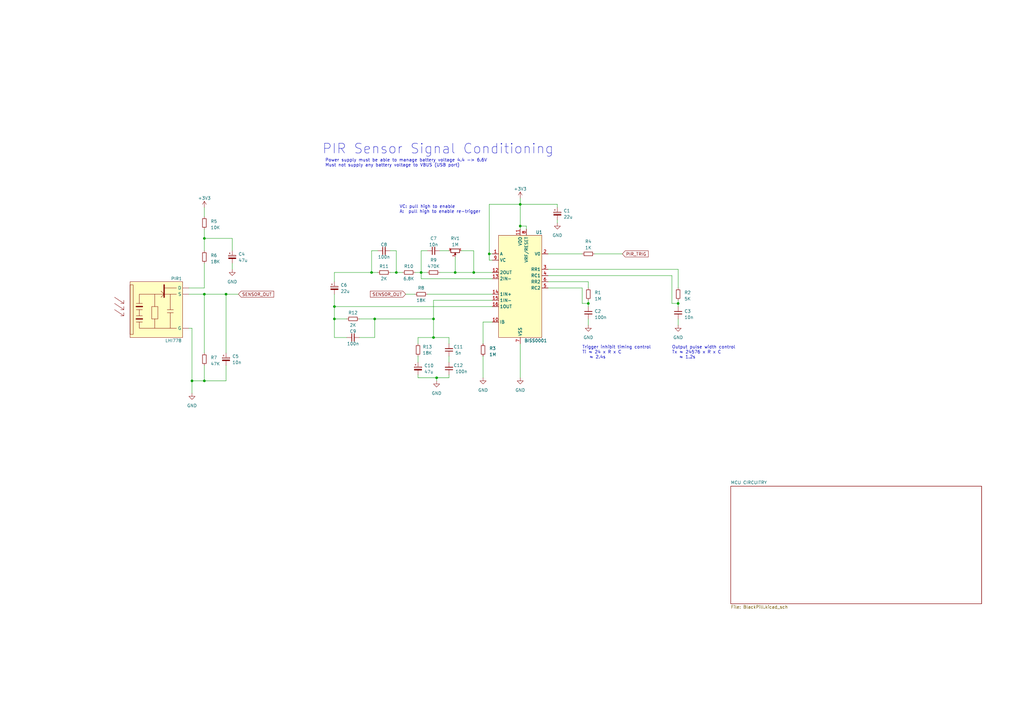
<source format=kicad_sch>
(kicad_sch (version 20230121) (generator eeschema)
  (paper "A3")
  (title_block (title "PYGMY POSSUM") (date "2023-06-01") (rev "2.0") (company "BanksiaBytes"))
  (lib_symbols
    (symbol "Device:C_Polarized_Small" (pin_numbers hide) (pin_names (offset 0.254) hide)
      (property "Reference" "C" (at 0.254 1.778 0))
      (property "Value" "C_Polarized_Small" (at 0.254 -2.032 0))
      (symbol "C_Polarized_Small_0_1"
        (rectangle (start -1.524 -0.3048) (end 1.524 -0.6858) (fill (type outline)))
        (rectangle (start -1.524 0.6858) (end 1.524 0.3048))
        (polyline (pts (xy -1.27 1.524) (xy -0.762 1.524)))
        (polyline (pts (xy -1.016 1.27) (xy -1.016 1.778)))
      )
      (symbol "C_Polarized_Small_1_1"
        (pin passive line (at 0 2.54 270) (length 1.8542) (name "~") (number "1"))
        (pin passive line (at 0 -2.54 90) (length 1.8542) (name "~") (number "2"))
      )
    )
    (symbol "Device:C_Small" (pin_numbers hide) (pin_names (offset 0.254) hide)
      (property "Reference" "C" (at 0.254 1.778 0))
      (property "Value" "C_Small" (at 0.254 -2.032 0))
      (symbol "C_Small_0_1"
        (polyline (pts (xy -1.524 -0.508) (xy 1.524 -0.508)) (stroke (width 0.3302)))
        (polyline (pts (xy -1.524 0.508) (xy 1.524 0.508)) (stroke (width 0.3048)))
      )
      (symbol "C_Small_1_1"
        (pin passive line (at 0 2.54 270) (length 2.032) (name "~") (number "1"))
        (pin passive line (at 0 -2.54 90) (length 2.032) (name "~") (number "2"))
      )
    )
    (symbol "Device:R_Potentiometer_Small" (pin_names (offset 1.016) hide)
      (property "Reference" "RV" (at -4.445 0 90))
      (property "Value" "R_Potentiometer_Small" (at -2.54 0 90))
      (symbol "R_Potentiometer_Small_0_1"
        (polyline (pts (xy 0.889 0) (xy 0.635 0) (xy 1.651 0.381) (xy 1.651 -0.381) (xy 0.635 0) (xy 0.889 0)) (fill (type outline)))
        (rectangle (start 0.762 1.8034) (end -0.762 -1.8034) (stroke (width 0.254)))
      )
      (symbol "R_Potentiometer_Small_1_1"
        (pin passive line (at 0 2.54 270) (length 0.635) (name "1") (number "1"))
        (pin passive line (at 2.54 0 180) (length 0.9906) (name "2") (number "2"))
        (pin passive line (at 0 -2.54 90) (length 0.635) (name "3") (number "3"))
      )
    )
    (symbol "Device:R_Small" (pin_numbers hide) (pin_names (offset 0.254) hide)
      (property "Reference" "R" (at 0.762 0.508 0))
      (property "Value" "R_Small" (at 0.762 -1.016 0))
      (symbol "R_Small_0_1"
        (rectangle (start -0.762 1.778) (end 0.762 -1.778) (stroke (width 0.2032)))
      )
      (symbol "R_Small_1_1"
        (pin passive line (at 0 2.54 270) (length 0.762) (name "~") (number "1"))
        (pin passive line (at 0 -2.54 90) (length 0.762) (name "~") (number "2"))
      )
    )
    (symbol "TomsSymbolLib:BIS0001"
      (property "Reference" "U" (at 11.43 2.54 0))
      (property "Value" "BISS00001" (at 10.16 -41.91 0))
      (symbol "BIS0001_1_1"
        (rectangle (start -5.08 1.27) (end 12.7 -40.64) (fill (type background)))
        (pin input line (at -7.62 -6.35 0) (length 2.54) (name "A") (number "1"))
        (pin bidirectional line (at -7.62 -34.29 0) (length 2.54) (name "IB") (number "10"))
        (pin power_in line (at 3.81 3.81 270) (length 2.54) (name "VDD") (number "11"))
        (pin bidirectional line (at -7.62 -13.97 0) (length 2.54) (name "2OUT") (number "12"))
        (pin bidirectional line (at -7.62 -16.51 0) (length 2.54) (name "2IN-") (number "13"))
        (pin bidirectional line (at -7.62 -22.86 0) (length 2.54) (name "1IN+") (number "14"))
        (pin bidirectional line (at -7.62 -25.4 0) (length 2.54) (name "1IN-") (number "15"))
        (pin bidirectional line (at -7.62 -27.94 0) (length 2.54) (name "1OUT") (number "16"))
        (pin input line (at 15.24 -6.35 180) (length 2.54) (name "V0") (number "2"))
        (pin input line (at 15.24 -12.7 180) (length 2.54) (name "RR1") (number "3"))
        (pin input line (at 15.24 -15.24 180) (length 2.54) (name "RC1") (number "4"))
        (pin input line (at 15.24 -20.32 180) (length 2.54) (name "RC2") (number "5"))
        (pin input line (at 15.24 -17.78 180) (length 2.54) (name "RR2") (number "6"))
        (pin power_in line (at 3.81 -43.18 90) (length 2.54) (name "VSS") (number "7"))
        (pin input line (at 6.35 3.81 270) (length 2.54) (name "VRF/RESET") (number "8"))
        (pin bidirectional line (at -7.62 -8.89 0) (length 2.54) (name "VC") (number "9"))
      )
    )
    (symbol "TomsSymbolLib:LHI778"
      (property "Reference" "PIR" (at -2.54 1.27 0))
      (property "Value" "LHI778" (at -3.81 -24.13 0))
      (symbol "LHI778_0_1"
        (rectangle (start -21.59 -1.27) (end -20.32 -21.59))
        (polyline (pts (xy -7.62 -2.54) (xy -2.54 -2.54)))
        (polyline (pts (xy -2.54 -5.08) (xy -7.62 -5.08)))
      )
      (symbol "LHI778_1_1"
        (rectangle (start -21.59 0) (end 0 -22.86) (fill (type background)))
        (polyline (pts (xy -27.94 -11.43) (xy -24.13 -13.97)))
        (polyline (pts (xy -27.94 -8.89) (xy -24.13 -11.43)))
        (polyline (pts (xy -27.94 -6.35) (xy -24.13 -8.89)))
        (polyline (pts (xy -25.4 -13.97) (xy -24.13 -13.97)))
        (polyline (pts (xy -25.4 -11.43) (xy -24.13 -11.43)))
        (polyline (pts (xy -25.4 -8.89) (xy -24.13 -8.89)))
        (polyline (pts (xy -24.13 -12.7) (xy -24.13 -13.97)))
        (polyline (pts (xy -24.13 -10.16) (xy -24.13 -11.43)))
        (polyline (pts (xy -24.13 -7.62) (xy -24.13 -8.89)))
        (polyline (pts (xy -19.05 -16.51) (xy -16.51 -16.51)))
        (polyline (pts (xy -19.05 -15.24) (xy -16.51 -15.24)) (stroke (width 0.5)))
        (polyline (pts (xy -19.05 -13.97) (xy -16.51 -13.97)))
        (polyline (pts (xy -19.05 -11.43) (xy -16.51 -11.43)))
        (polyline (pts (xy -19.05 -10.16) (xy -16.51 -10.16)) (stroke (width 0.5)))
        (polyline (pts (xy -19.05 -8.89) (xy -16.51 -8.89)))
        (polyline (pts (xy -17.78 -11.43) (xy -17.78 -13.97)))
        (polyline (pts (xy -7.62 -5.08) (xy -8.89 -6.35)))
        (polyline (pts (xy -7.62 -5.08) (xy -8.89 -3.81)))
        (polyline (pts (xy -7.62 -1.27) (xy -7.62 -6.35)) (stroke (width 0.5)))
        (polyline (pts (xy -6.35 -12.7) (xy -3.81 -12.7)))
        (polyline (pts (xy -6.35 -11.43) (xy -3.81 -11.43)))
        (polyline (pts (xy -5.08 -11.43) (xy -5.08 -5.08)))
        (polyline (pts (xy -17.78 -16.51) (xy -17.78 -19.05) (xy -11.43 -19.05)))
        (polyline (pts (xy -11.43 -15.24) (xy -11.43 -19.05) (xy -5.08 -19.05)))
        (polyline (pts (xy -11.43 -5.08) (xy -17.78 -5.08) (xy -17.78 -8.89)))
        (polyline (pts (xy -7.62 -5.08) (xy -11.43 -5.08) (xy -11.43 -10.16)))
        (polyline (pts (xy -2.54 -19.05) (xy -5.08 -19.05) (xy -5.08 -12.7)))
        (polyline (pts (xy -10.16 -10.16) (xy -12.7 -10.16) (xy -12.7 -15.24) (xy -10.16 -15.24) (xy -10.16 -10.16)))
        (pin bidirectional line (at 2.54 -2.54 180) (length 2.54) (name "D") (number ""))
        (pin bidirectional line (at 2.54 -19.05 180) (length 2.54) (name "G") (number ""))
        (pin bidirectional line (at 2.54 -5.08 180) (length 2.54) (name "S") (number ""))
      )
    )
    (symbol "power:+3V3" (power) (pin_names (offset 0))
      (property "Value" "+3V3" (at 0 3.556 0))
      (symbol "+3V3_0_1"
        (polyline (pts (xy -0.762 1.27) (xy 0 2.54)))
        (polyline (pts (xy 0 0) (xy 0 2.54)))
        (polyline (pts (xy 0 2.54) (xy 0.762 1.27)))
      )
      (symbol "+3V3_1_1"
        (pin power_in line (at 0 0 90) (length 0) hide (name "+3V3") (number "1"))
      )
    )
    (symbol "power:GND" (power) (pin_names (offset 0))
      (property "Value" "GND" (at 0 -3.81 0))
      (symbol "GND_0_1"
        (polyline (pts (xy 0 0) (xy 0 -1.27) (xy 1.27 -1.27) (xy 0 -2.54) (xy -1.27 -1.27) (xy 0 -1.27)))
      )
      (symbol "GND_1_1"
        (pin power_in line (at 0 0 270) (length 0) hide (name "GND") (number "1"))
      )
    )
  )
  (junction (at 194.31 111.76))
  (junction (at 92.71 120.65))
  (junction (at 162.56 111.76))
  (junction (at 172.72 111.76))
  (junction (at 83.82 97.79))
  (junction (at 179.07 154.94))
  (junction (at 241.3 124.46))
  (junction (at 83.82 156.21))
  (junction (at 177.8 138.43))
  (junction (at 278.13 124.46))
  (junction (at 200.66 104.14))
  (junction (at 213.36 83.82))
  (junction (at 153.67 130.81))
  (junction (at 152.4 111.76))
  (junction (at 177.8 130.81))
  (junction (at 213.36 92.71))
  (junction (at 78.74 156.21))
  (junction (at 83.82 120.65))
  (junction (at 137.16 125.73))
  (junction (at 186.69 111.76))
  (junction (at 137.16 130.81))
  (wire (pts (xy 83.82 120.65) (xy 83.82 144.78)))
  (wire (pts (xy 172.72 102.87) (xy 172.72 111.76)))
  (wire (pts (xy 241.3 115.57) (xy 241.3 118.11)))
  (wire (pts (xy 213.36 81.28) (xy 213.36 83.82)))
  (wire (pts (xy 201.93 106.68) (xy 200.66 106.68)))
  (wire (pts (xy 200.66 83.82) (xy 213.36 83.82)))
  (wire (pts (xy 215.9 92.71) (xy 213.36 92.71)))
  (wire (pts (xy 78.74 156.21) (xy 78.74 161.29)))
  (wire (pts (xy 142.24 138.43) (xy 137.16 138.43)))
  (wire (pts (xy 275.59 113.03) (xy 275.59 124.46)))
  (wire (pts (xy 172.72 114.3) (xy 201.93 114.3)))
  (wire (pts (xy 180.34 102.87) (xy 184.15 102.87)))
  (wire (pts (xy 137.16 130.81) (xy 137.16 125.73)))
  (wire (pts (xy 77.47 134.62) (xy 78.74 134.62)))
  (wire (pts (xy 83.82 118.11) (xy 83.82 107.95)))
  (wire (pts (xy 171.45 138.43) (xy 177.8 138.43)))
  (wire (pts (xy 215.9 93.98) (xy 215.9 92.71)))
  (wire (pts (xy 200.66 104.14) (xy 201.93 104.14)))
  (wire (pts (xy 224.79 104.14) (xy 238.76 104.14)))
  (wire (pts (xy 213.36 83.82) (xy 213.36 92.71)))
  (wire (pts (xy 184.15 138.43) (xy 177.8 138.43)))
  (wire (pts (xy 92.71 156.21) (xy 83.82 156.21)))
  (wire (pts (xy 213.36 92.71) (xy 213.36 93.98)))
  (wire (pts (xy 186.69 111.76) (xy 194.31 111.76)))
  (wire (pts (xy 142.24 130.81) (xy 137.16 130.81)))
  (wire (pts (xy 241.3 130.81) (xy 241.3 133.35)))
  (wire (pts (xy 152.4 102.87) (xy 154.94 102.87)))
  (wire (pts (xy 175.26 111.76) (xy 172.72 111.76)))
  (wire (pts (xy 83.82 156.21) (xy 78.74 156.21)))
  (wire (pts (xy 160.02 111.76) (xy 162.56 111.76)))
  (wire (pts (xy 83.82 149.86) (xy 83.82 156.21)))
  (wire (pts (xy 147.32 130.81) (xy 153.67 130.81)))
  (wire (pts (xy 177.8 123.19) (xy 177.8 130.81)))
  (wire (pts (xy 228.6 85.09) (xy 228.6 83.82)))
  (wire (pts (xy 198.12 146.05) (xy 198.12 154.94)))
  (wire (pts (xy 83.82 85.09) (xy 83.82 88.9)))
  (wire (pts (xy 241.3 124.46) (xy 241.3 125.73)))
  (wire (pts (xy 83.82 97.79) (xy 83.82 102.87)))
  (wire (pts (xy 83.82 120.65) (xy 92.71 120.65)))
  (wire (pts (xy 92.71 149.86) (xy 92.71 156.21)))
  (wire (pts (xy 243.84 104.14) (xy 255.27 104.14)))
  (wire (pts (xy 147.32 138.43) (xy 153.67 138.43)))
  (wire (pts (xy 184.15 146.05) (xy 184.15 148.59)))
  (wire (pts (xy 83.82 93.98) (xy 83.82 97.79)))
  (wire (pts (xy 137.16 111.76) (xy 152.4 111.76)))
  (wire (pts (xy 95.25 102.87) (xy 95.25 97.79)))
  (wire (pts (xy 201.93 132.08) (xy 198.12 132.08)))
  (wire (pts (xy 194.31 102.87) (xy 194.31 111.76)))
  (wire (pts (xy 160.02 102.87) (xy 162.56 102.87)))
  (wire (pts (xy 77.47 118.11) (xy 83.82 118.11)))
  (wire (pts (xy 137.16 115.57) (xy 137.16 111.76)))
  (wire (pts (xy 170.18 111.76) (xy 172.72 111.76)))
  (wire (pts (xy 224.79 113.03) (xy 275.59 113.03)))
  (wire (pts (xy 189.23 102.87) (xy 194.31 102.87)))
  (wire (pts (xy 172.72 114.3) (xy 172.72 111.76)))
  (wire (pts (xy 198.12 132.08) (xy 198.12 140.97)))
  (wire (pts (xy 78.74 134.62) (xy 78.74 156.21)))
  (wire (pts (xy 95.25 97.79) (xy 83.82 97.79)))
  (wire (pts (xy 224.79 118.11) (xy 238.76 118.11)))
  (wire (pts (xy 213.36 83.82) (xy 228.6 83.82)))
  (wire (pts (xy 162.56 102.87) (xy 162.56 111.76)))
  (wire (pts (xy 153.67 138.43) (xy 153.67 130.81)))
  (wire (pts (xy 201.93 125.73) (xy 137.16 125.73)))
  (wire (pts (xy 184.15 138.43) (xy 184.15 140.97)))
  (wire (pts (xy 171.45 153.67) (xy 171.45 154.94)))
  (wire (pts (xy 177.8 130.81) (xy 177.8 138.43)))
  (wire (pts (xy 172.72 102.87) (xy 175.26 102.87)))
  (wire (pts (xy 175.26 120.65) (xy 201.93 120.65)))
  (wire (pts (xy 137.16 125.73) (xy 137.16 120.65)))
  (wire (pts (xy 224.79 115.57) (xy 241.3 115.57)))
  (wire (pts (xy 278.13 123.19) (xy 278.13 124.46)))
  (wire (pts (xy 278.13 130.81) (xy 278.13 133.35)))
  (wire (pts (xy 241.3 123.19) (xy 241.3 124.46)))
  (wire (pts (xy 95.25 107.95) (xy 95.25 110.49)))
  (wire (pts (xy 238.76 118.11) (xy 238.76 124.46)))
  (wire (pts (xy 152.4 102.87) (xy 152.4 111.76)))
  (wire (pts (xy 200.66 106.68) (xy 200.66 104.14)))
  (wire (pts (xy 180.34 111.76) (xy 186.69 111.76)))
  (wire (pts (xy 278.13 124.46) (xy 278.13 125.73)))
  (wire (pts (xy 154.94 111.76) (xy 152.4 111.76)))
  (wire (pts (xy 194.31 111.76) (xy 201.93 111.76)))
  (wire (pts (xy 92.71 120.65) (xy 92.71 144.78)))
  (wire (pts (xy 186.69 105.41) (xy 186.69 111.76)))
  (wire (pts (xy 278.13 110.49) (xy 278.13 118.11)))
  (wire (pts (xy 213.36 140.97) (xy 213.36 154.94)))
  (wire (pts (xy 77.47 120.65) (xy 83.82 120.65)))
  (wire (pts (xy 184.15 154.94) (xy 179.07 154.94)))
  (wire (pts (xy 179.07 154.94) (xy 179.07 156.21)))
  (wire (pts (xy 184.15 153.67) (xy 184.15 154.94)))
  (wire (pts (xy 162.56 111.76) (xy 165.1 111.76)))
  (wire (pts (xy 200.66 104.14) (xy 200.66 83.82)))
  (wire (pts (xy 153.67 130.81) (xy 177.8 130.81)))
  (wire (pts (xy 171.45 138.43) (xy 171.45 140.97)))
  (wire (pts (xy 275.59 124.46) (xy 278.13 124.46)))
  (wire (pts (xy 171.45 154.94) (xy 179.07 154.94)))
  (wire (pts (xy 238.76 124.46) (xy 241.3 124.46)))
  (wire (pts (xy 171.45 146.05) (xy 171.45 148.59)))
  (wire (pts (xy 92.71 120.65) (xy 97.79 120.65)))
  (wire (pts (xy 166.37 120.65) (xy 170.18 120.65)))
  (wire (pts (xy 137.16 138.43) (xy 137.16 130.81)))
  (wire (pts (xy 201.93 123.19) (xy 177.8 123.19)))
  (wire (pts (xy 228.6 90.17) (xy 228.6 91.44)))
  (wire (pts (xy 224.79 110.49) (xy 278.13 110.49)))
  (text "Trigger inhibit timing control\nTi ≈ 24 x R x C\n   ≈ 2.4s" (at 238.76 147.32 0) (effects (font (size 1.27 1.27)) (justify left bottom)))
  (text "Output pulse width control\nTx ≈ 24576 x R x C\n   ≈ 1.2s" (at 275.59 147.32 0) (effects (font (size 1.27 1.27)) (justify left bottom)))
  (text "Power supply must be able to manage battery voltage 4.4 -> 6.6V\nMust not supply any battery voltage to VBUS (USB port)" (at 133.35 68.58 0) (effects (font (size 1.27 1.27)) (justify left bottom)))
  (text "PIR Sensor Signal Conditioning" (at 132.08 63.5 0) (effects (font (size 3.9878 3.9878)) (justify left bottom)))
  (text "VC: pull high to enable\nA:  pull high to enable re-trigger" (at 163.83 87.63 0) (effects (font (size 1.27 1.27)) (justify left bottom)))
  (global_label "PIR_TRIG" (shape input) (at 255.27 104.14 0) (property "Intersheetrefs" "${INTERSHEET_REFS}" (effects hide)))
  (global_label "SENSOR_OUT" (shape input) (at 97.79 120.65 0) (property "Intersheetrefs" "${INTERSHEET_REFS}" (effects hide)))
  (global_label "SENSOR_OUT" (shape input) (at 166.37 120.65 180) (property "Intersheetrefs" "${INTERSHEET_REFS}" (effects hide)))
  (symbol (lib_id "Device:R_Small") (at 83.82 105.41 0) (unit 1)
    (property "Reference" "R6" (at 86.36 104.775 0) (effects (justify left)))
    (property "Value" "18K" (at 86.36 107.315 0) (effects (justify left)))
    (property "Footprint" "Resistor_SMD:R_0402_1005Metric" (effects hide))
  )
  (symbol (lib_id "Device:R_Small") (at 172.72 120.65 90) (unit 1)
    (property "Reference" "R8" (at 172.72 118.11 90))
    (property "Value" "18K" (at 172.72 123.19 90))
    (property "Footprint" "Resistor_SMD:R_0402_1005Metric" (effects hide))
  )
  (symbol (lib_id "power:+3V3") (at 83.82 85.09 0) (unit 1)
    (property "Reference" "#PWR08" (effects hide))
    (property "Value" "+3V3" (at 83.82 81.28 0))
  )
  (symbol (lib_id "Device:C_Small") (at 177.8 102.87 90) (unit 1)
    (property "Reference" "C7" (at 177.8063 97.79 90))
    (property "Value" "10n" (at 177.8063 100.33 90))
    (property "Footprint" "Capacitor_SMD:C_0402_1005Metric" (effects hide))
  )
  (symbol (lib_id "power:GND") (at 95.25 110.49 0) (unit 1)
    (property "Reference" "#PWR09" (effects hide))
    (property "Value" "GND" (at 95.25 115.57 0))
  )
  (symbol (lib_id "Device:R_Small") (at 241.3 104.14 90) (unit 1)
    (property "Reference" "R4" (at 241.3 99.06 90))
    (property "Value" "1K" (at 241.3 101.6 90))
    (property "Footprint" "Resistor_SMD:R_0402_1005Metric" (effects hide))
  )
  (symbol (lib_id "power:GND") (at 213.36 154.94 0) (unit 1)
    (property "Reference" "#PWR01" (effects hide))
    (property "Value" "GND" (at 213.36 160.02 0))
  )
  (symbol (lib_id "power:GND") (at 278.13 133.35 0) (unit 1)
    (property "Reference" "#PWR05" (effects hide))
    (property "Value" "GND" (at 278.13 138.43 0))
  )
  (symbol (lib_id "Device:R_Small") (at 83.82 147.32 0) (unit 1)
    (property "Reference" "R7" (at 86.36 146.685 0) (effects (justify left)))
    (property "Value" "47K" (at 86.36 149.225 0) (effects (justify left)))
    (property "Footprint" "Resistor_SMD:R_0402_1005Metric" (effects hide))
  )
  (symbol (lib_id "Device:R_Small") (at 144.78 130.81 90) (unit 1)
    (property "Reference" "R12" (at 144.78 128.27 90))
    (property "Value" "2K" (at 144.78 133.35 90))
    (property "Footprint" "Resistor_SMD:R_0402_1005Metric" (effects hide))
  )
  (symbol (lib_id "Device:C_Polarized_Small") (at 228.6 87.63 0) (unit 1)
    (property "Reference" "C1" (at 231.14 86.4489 0) (effects (justify left)))
    (property "Value" "22u" (at 231.14 88.9889 0) (effects (justify left)))
    (property "Footprint" "Capacitor_SMD:CP_Elec_4x5.4" (effects hide))
  )
  (symbol (lib_id "Device:C_Polarized_Small") (at 137.16 118.11 0) (unit 1)
    (property "Reference" "C6" (at 139.7 116.9289 0) (effects (justify left)))
    (property "Value" "22u" (at 139.7 119.4689 0) (effects (justify left)))
    (property "Footprint" "Capacitor_SMD:CP_Elec_4x5.4" (effects hide))
  )
  (symbol (lib_id "Device:C_Small") (at 157.48 102.87 90) (unit 1)
    (property "Reference" "C8" (at 157.48 100.33 90))
    (property "Value" "100n" (at 157.48 105.41 90))
    (property "Footprint" "Capacitor_SMD:C_0402_1005Metric" (effects hide))
  )
  (symbol (lib_id "Device:C_Small") (at 184.15 151.13 180) (unit 1)
    (property "Reference" "C12" (at 187.96 149.86 0))
    (property "Value" "100n" (at 189.23 152.4 0))
    (property "Footprint" "Capacitor_SMD:C_0402_1005Metric" (effects hide))
  )
  (symbol (lib_id "power:GND") (at 198.12 154.94 0) (unit 1)
    (property "Reference" "#PWR07" (effects hide))
    (property "Value" "GND" (at 198.12 160.02 0))
  )
  (symbol (lib_id "Device:R_Small") (at 157.48 111.76 90) (unit 1)
    (property "Reference" "R11" (at 157.48 109.22 90))
    (property "Value" "2K" (at 157.48 114.3 90))
    (property "Footprint" "Resistor_SMD:R_0402_1005Metric" (effects hide))
  )
  (symbol (lib_id "power:GND") (at 78.74 161.29 0) (unit 1)
    (property "Reference" "#PWR06" (effects hide))
    (property "Value" "GND" (at 78.74 166.37 0))
  )
  (symbol (lib_id "Device:C_Polarized_Small") (at 92.71 147.32 0) (unit 1)
    (property "Reference" "C5" (at 95.25 146.1389 0) (effects (justify left)))
    (property "Value" "10n" (at 95.25 148.6789 0) (effects (justify left)))
    (property "Footprint" "Capacitor_SMD:CP_Elec_4x5.4" (effects hide))
  )
  (symbol (lib_id "Device:R_Small") (at 83.82 91.44 0) (unit 1)
    (property "Reference" "R5" (at 86.36 90.805 0) (effects (justify left)))
    (property "Value" "10K" (at 86.36 93.345 0) (effects (justify left)))
    (property "Footprint" "Resistor_SMD:R_0402_1005Metric" (effects hide))
  )
  (symbol (lib_id "TomsSymbolLib:BIS0001") (at 209.55 97.79 0) (unit 1)
    (property "Reference" "U1" (at 219.71 95.25 0) (effects (justify left)))
    (property "Value" "BISS0001" (at 219.71 139.7 0))
    (property "Footprint" "Package_SO:SOP-16_3.9x9.9mm_P1.27mm" (effects hide))
    (property "Datasheet" "http://www.ladyada.net/media/sensors/BISS0001.pdf" (effects hide))
    (property "JLCPCB" "C404323" (effects hide))
  )
  (symbol (lib_id "Device:C_Polarized_Small") (at 95.25 105.41 0) (unit 1)
    (property "Reference" "C4" (at 97.79 104.2289 0) (effects (justify left)))
    (property "Value" "47u" (at 97.79 106.7689 0) (effects (justify left)))
    (property "Footprint" "Capacitor_SMD:CP_Elec_4x5.4" (effects hide))
  )
  (symbol (lib_id "Device:C_Small") (at 144.78 138.43 90) (unit 1)
    (property "Reference" "C9" (at 144.78 135.89 90))
    (property "Value" "100n" (at 144.78 140.97 90))
    (property "Footprint" "Capacitor_SMD:C_0402_1005Metric" (effects hide))
  )
  (symbol (lib_id "Device:C_Small") (at 184.15 143.51 180) (unit 1)
    (property "Reference" "C11" (at 187.96 142.24 0))
    (property "Value" "5n" (at 187.96 144.78 0))
    (property "Footprint" "Capacitor_SMD:C_0402_1005Metric" (effects hide))
  )
  (symbol (lib_id "Device:R_Small") (at 177.8 111.76 90) (unit 1)
    (property "Reference" "R9" (at 177.8 106.68 90))
    (property "Value" "470K" (at 177.8 109.22 90))
    (property "Footprint" "Resistor_SMD:R_0402_1005Metric" (effects hide))
  )
  (symbol (lib_id "Device:R_Small") (at 278.13 120.65 0) (unit 1)
    (property "Reference" "R2" (at 280.67 120.015 0) (effects (justify left)))
    (property "Value" "5K" (at 280.67 122.555 0) (effects (justify left)))
    (property "Footprint" "Resistor_SMD:R_0402_1005Metric" (effects hide))
  )
  (symbol (lib_id "Device:R_Potentiometer_Small") (at 186.69 102.87 270) (unit 1)
    (property "Reference" "RV1" (at 186.69 97.79 90))
    (property "Value" "1M" (at 186.69 100.33 90))
  )
  (symbol (lib_id "Device:R_Small") (at 167.64 111.76 90) (unit 1)
    (property "Reference" "R10" (at 167.64 109.22 90))
    (property "Value" "6.8K" (at 167.64 114.3 90))
    (property "Footprint" "Resistor_SMD:R_0402_1005Metric" (effects hide))
  )
  (symbol (lib_id "power:+3V3") (at 213.36 81.28 0) (unit 1)
    (property "Reference" "#PWR02" (effects hide))
    (property "Value" "+3V3" (at 213.36 77.47 0))
  )
  (symbol (lib_id "Device:R_Small") (at 171.45 143.51 180) (unit 1)
    (property "Reference" "R13" (at 175.26 142.24 0))
    (property "Value" "18K" (at 175.26 144.78 0))
    (property "Footprint" "Resistor_SMD:R_0402_1005Metric" (effects hide))
  )
  (symbol (lib_id "Device:R_Small") (at 241.3 120.65 0) (unit 1)
    (property "Reference" "R1" (at 243.84 120.015 0) (effects (justify left)))
    (property "Value" "1M" (at 243.84 122.555 0) (effects (justify left)))
    (property "Footprint" "Resistor_SMD:R_0402_1005Metric" (effects hide))
  )
  (symbol (lib_id "Device:R_Small") (at 198.12 143.51 0) (unit 1)
    (property "Reference" "R3" (at 200.66 142.875 0) (effects (justify left)))
    (property "Value" "1M" (at 200.66 145.415 0) (effects (justify left)))
    (property "Footprint" "Resistor_SMD:R_0402_1005Metric" (effects hide))
  )
  (symbol (lib_id "power:GND") (at 241.3 133.35 0) (unit 1)
    (property "Reference" "#PWR04" (effects hide))
    (property "Value" "GND" (at 241.3 138.43 0))
  )
  (symbol (lib_id "power:GND") (at 228.6 91.44 0) (unit 1)
    (property "Reference" "#PWR03" (effects hide))
    (property "Value" "GND" (at 228.6 96.52 0))
  )
  (symbol (lib_id "Device:C_Small") (at 241.3 128.27 0) (unit 1)
    (property "Reference" "C2" (at 243.84 127.6413 0) (effects (justify left)))
    (property "Value" "100n" (at 243.84 130.1813 0) (effects (justify left)))
    (property "Footprint" "Capacitor_SMD:C_0402_1005Metric" (effects hide))
  )
  (symbol (lib_id "power:GND") (at 179.07 156.21 0) (unit 1)
    (property "Reference" "#PWR010" (effects hide))
    (property "Value" "GND" (at 179.07 161.29 0))
  )
  (symbol (lib_id "Device:C_Polarized_Small") (at 171.45 151.13 0) (unit 1)
    (property "Reference" "C10" (at 173.99 149.9489 0) (effects (justify left)))
    (property "Value" "47u" (at 173.99 152.4889 0) (effects (justify left)))
    (property "Footprint" "Capacitor_SMD:CP_Elec_4x5.4" (effects hide))
  )
  (symbol (lib_id "Device:C_Small") (at 278.13 128.27 0) (unit 1)
    (property "Reference" "C3" (at 280.67 127.6413 0) (effects (justify left)))
    (property "Value" "10n" (at 280.67 130.1813 0) (effects (justify left)))
    (property "Footprint" "Capacitor_SMD:C_0402_1005Metric" (effects hide))
  )
  (symbol (lib_id "TomsSymbolLib:LHI778") (at 74.93 115.57 0) (unit 1)
    (property "Reference" "PIR1" (at 72.39 114.3 0))
    (property "Value" "LHI778" (at 71.12 139.7 0))
  )
  (sheet (at 299.72 199.39) (size 102.87 48.26) (stroke (width 0.1524))
    (property "Sheetname" "MCU CIRCUITRY" (at 299.72 198.6784 0) (effects (justify left bottom)))
    (property "Sheetfile" "BlackPill.kicad_sch" (at 299.72 248.2346 0) (effects (justify left top)))
  )
)
</source>
